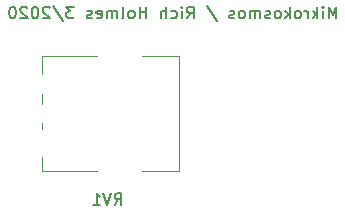
<source format=gbr>
G04 #@! TF.GenerationSoftware,KiCad,Pcbnew,5.1.5-52549c5~84~ubuntu18.04.1*
G04 #@! TF.CreationDate,2020-03-31T17:05:22-04:00*
G04 #@! TF.ProjectId,Mikrokosmos,4d696b72-6f6b-46f7-936d-6f732e6b6963,rev?*
G04 #@! TF.SameCoordinates,Original*
G04 #@! TF.FileFunction,Legend,Bot*
G04 #@! TF.FilePolarity,Positive*
%FSLAX46Y46*%
G04 Gerber Fmt 4.6, Leading zero omitted, Abs format (unit mm)*
G04 Created by KiCad (PCBNEW 5.1.5-52549c5~84~ubuntu18.04.1) date 2020-03-31 17:05:22*
%MOMM*%
%LPD*%
G04 APERTURE LIST*
%ADD10C,0.150000*%
%ADD11C,0.120000*%
G04 APERTURE END LIST*
D10*
X136333333Y-104452380D02*
X136333333Y-103452380D01*
X136000000Y-104166666D01*
X135666666Y-103452380D01*
X135666666Y-104452380D01*
X135190476Y-104452380D02*
X135190476Y-103785714D01*
X135190476Y-103452380D02*
X135238095Y-103500000D01*
X135190476Y-103547619D01*
X135142857Y-103500000D01*
X135190476Y-103452380D01*
X135190476Y-103547619D01*
X134714285Y-104452380D02*
X134714285Y-103452380D01*
X134619047Y-104071428D02*
X134333333Y-104452380D01*
X134333333Y-103785714D02*
X134714285Y-104166666D01*
X133904761Y-104452380D02*
X133904761Y-103785714D01*
X133904761Y-103976190D02*
X133857142Y-103880952D01*
X133809523Y-103833333D01*
X133714285Y-103785714D01*
X133619047Y-103785714D01*
X133142857Y-104452380D02*
X133238095Y-104404761D01*
X133285714Y-104357142D01*
X133333333Y-104261904D01*
X133333333Y-103976190D01*
X133285714Y-103880952D01*
X133238095Y-103833333D01*
X133142857Y-103785714D01*
X133000000Y-103785714D01*
X132904761Y-103833333D01*
X132857142Y-103880952D01*
X132809523Y-103976190D01*
X132809523Y-104261904D01*
X132857142Y-104357142D01*
X132904761Y-104404761D01*
X133000000Y-104452380D01*
X133142857Y-104452380D01*
X132380952Y-104452380D02*
X132380952Y-103452380D01*
X132285714Y-104071428D02*
X132000000Y-104452380D01*
X132000000Y-103785714D02*
X132380952Y-104166666D01*
X131428571Y-104452380D02*
X131523809Y-104404761D01*
X131571428Y-104357142D01*
X131619047Y-104261904D01*
X131619047Y-103976190D01*
X131571428Y-103880952D01*
X131523809Y-103833333D01*
X131428571Y-103785714D01*
X131285714Y-103785714D01*
X131190476Y-103833333D01*
X131142857Y-103880952D01*
X131095238Y-103976190D01*
X131095238Y-104261904D01*
X131142857Y-104357142D01*
X131190476Y-104404761D01*
X131285714Y-104452380D01*
X131428571Y-104452380D01*
X130714285Y-104404761D02*
X130619047Y-104452380D01*
X130428571Y-104452380D01*
X130333333Y-104404761D01*
X130285714Y-104309523D01*
X130285714Y-104261904D01*
X130333333Y-104166666D01*
X130428571Y-104119047D01*
X130571428Y-104119047D01*
X130666666Y-104071428D01*
X130714285Y-103976190D01*
X130714285Y-103928571D01*
X130666666Y-103833333D01*
X130571428Y-103785714D01*
X130428571Y-103785714D01*
X130333333Y-103833333D01*
X129857142Y-104452380D02*
X129857142Y-103785714D01*
X129857142Y-103880952D02*
X129809523Y-103833333D01*
X129714285Y-103785714D01*
X129571428Y-103785714D01*
X129476190Y-103833333D01*
X129428571Y-103928571D01*
X129428571Y-104452380D01*
X129428571Y-103928571D02*
X129380952Y-103833333D01*
X129285714Y-103785714D01*
X129142857Y-103785714D01*
X129047619Y-103833333D01*
X129000000Y-103928571D01*
X129000000Y-104452380D01*
X128380952Y-104452380D02*
X128476190Y-104404761D01*
X128523809Y-104357142D01*
X128571428Y-104261904D01*
X128571428Y-103976190D01*
X128523809Y-103880952D01*
X128476190Y-103833333D01*
X128380952Y-103785714D01*
X128238095Y-103785714D01*
X128142857Y-103833333D01*
X128095238Y-103880952D01*
X128047619Y-103976190D01*
X128047619Y-104261904D01*
X128095238Y-104357142D01*
X128142857Y-104404761D01*
X128238095Y-104452380D01*
X128380952Y-104452380D01*
X127666666Y-104404761D02*
X127571428Y-104452380D01*
X127380952Y-104452380D01*
X127285714Y-104404761D01*
X127238095Y-104309523D01*
X127238095Y-104261904D01*
X127285714Y-104166666D01*
X127380952Y-104119047D01*
X127523809Y-104119047D01*
X127619047Y-104071428D01*
X127666666Y-103976190D01*
X127666666Y-103928571D01*
X127619047Y-103833333D01*
X127523809Y-103785714D01*
X127380952Y-103785714D01*
X127285714Y-103833333D01*
X125333333Y-103404761D02*
X126190476Y-104690476D01*
X123666666Y-104452380D02*
X124000000Y-103976190D01*
X124238095Y-104452380D02*
X124238095Y-103452380D01*
X123857142Y-103452380D01*
X123761904Y-103500000D01*
X123714285Y-103547619D01*
X123666666Y-103642857D01*
X123666666Y-103785714D01*
X123714285Y-103880952D01*
X123761904Y-103928571D01*
X123857142Y-103976190D01*
X124238095Y-103976190D01*
X123238095Y-104452380D02*
X123238095Y-103785714D01*
X123238095Y-103452380D02*
X123285714Y-103500000D01*
X123238095Y-103547619D01*
X123190476Y-103500000D01*
X123238095Y-103452380D01*
X123238095Y-103547619D01*
X122333333Y-104404761D02*
X122428571Y-104452380D01*
X122619047Y-104452380D01*
X122714285Y-104404761D01*
X122761904Y-104357142D01*
X122809523Y-104261904D01*
X122809523Y-103976190D01*
X122761904Y-103880952D01*
X122714285Y-103833333D01*
X122619047Y-103785714D01*
X122428571Y-103785714D01*
X122333333Y-103833333D01*
X121904761Y-104452380D02*
X121904761Y-103452380D01*
X121476190Y-104452380D02*
X121476190Y-103928571D01*
X121523809Y-103833333D01*
X121619047Y-103785714D01*
X121761904Y-103785714D01*
X121857142Y-103833333D01*
X121904761Y-103880952D01*
X120238095Y-104452380D02*
X120238095Y-103452380D01*
X120238095Y-103928571D02*
X119666666Y-103928571D01*
X119666666Y-104452380D02*
X119666666Y-103452380D01*
X119047619Y-104452380D02*
X119142857Y-104404761D01*
X119190476Y-104357142D01*
X119238095Y-104261904D01*
X119238095Y-103976190D01*
X119190476Y-103880952D01*
X119142857Y-103833333D01*
X119047619Y-103785714D01*
X118904761Y-103785714D01*
X118809523Y-103833333D01*
X118761904Y-103880952D01*
X118714285Y-103976190D01*
X118714285Y-104261904D01*
X118761904Y-104357142D01*
X118809523Y-104404761D01*
X118904761Y-104452380D01*
X119047619Y-104452380D01*
X118142857Y-104452380D02*
X118238095Y-104404761D01*
X118285714Y-104309523D01*
X118285714Y-103452380D01*
X117761904Y-104452380D02*
X117761904Y-103785714D01*
X117761904Y-103880952D02*
X117714285Y-103833333D01*
X117619047Y-103785714D01*
X117476190Y-103785714D01*
X117380952Y-103833333D01*
X117333333Y-103928571D01*
X117333333Y-104452380D01*
X117333333Y-103928571D02*
X117285714Y-103833333D01*
X117190476Y-103785714D01*
X117047619Y-103785714D01*
X116952380Y-103833333D01*
X116904761Y-103928571D01*
X116904761Y-104452380D01*
X116047619Y-104404761D02*
X116142857Y-104452380D01*
X116333333Y-104452380D01*
X116428571Y-104404761D01*
X116476190Y-104309523D01*
X116476190Y-103928571D01*
X116428571Y-103833333D01*
X116333333Y-103785714D01*
X116142857Y-103785714D01*
X116047619Y-103833333D01*
X116000000Y-103928571D01*
X116000000Y-104023809D01*
X116476190Y-104119047D01*
X115619047Y-104404761D02*
X115523809Y-104452380D01*
X115333333Y-104452380D01*
X115238095Y-104404761D01*
X115190476Y-104309523D01*
X115190476Y-104261904D01*
X115238095Y-104166666D01*
X115333333Y-104119047D01*
X115476190Y-104119047D01*
X115571428Y-104071428D01*
X115619047Y-103976190D01*
X115619047Y-103928571D01*
X115571428Y-103833333D01*
X115476190Y-103785714D01*
X115333333Y-103785714D01*
X115238095Y-103833333D01*
X114095238Y-103452380D02*
X113476190Y-103452380D01*
X113809523Y-103833333D01*
X113666666Y-103833333D01*
X113571428Y-103880952D01*
X113523809Y-103928571D01*
X113476190Y-104023809D01*
X113476190Y-104261904D01*
X113523809Y-104357142D01*
X113571428Y-104404761D01*
X113666666Y-104452380D01*
X113952380Y-104452380D01*
X114047619Y-104404761D01*
X114095238Y-104357142D01*
X112333333Y-103404761D02*
X113190476Y-104690476D01*
X112047619Y-103547619D02*
X112000000Y-103500000D01*
X111904761Y-103452380D01*
X111666666Y-103452380D01*
X111571428Y-103500000D01*
X111523809Y-103547619D01*
X111476190Y-103642857D01*
X111476190Y-103738095D01*
X111523809Y-103880952D01*
X112095238Y-104452380D01*
X111476190Y-104452380D01*
X110857142Y-103452380D02*
X110761904Y-103452380D01*
X110666666Y-103500000D01*
X110619047Y-103547619D01*
X110571428Y-103642857D01*
X110523809Y-103833333D01*
X110523809Y-104071428D01*
X110571428Y-104261904D01*
X110619047Y-104357142D01*
X110666666Y-104404761D01*
X110761904Y-104452380D01*
X110857142Y-104452380D01*
X110952380Y-104404761D01*
X111000000Y-104357142D01*
X111047619Y-104261904D01*
X111095238Y-104071428D01*
X111095238Y-103833333D01*
X111047619Y-103642857D01*
X111000000Y-103547619D01*
X110952380Y-103500000D01*
X110857142Y-103452380D01*
X110142857Y-103547619D02*
X110095238Y-103500000D01*
X110000000Y-103452380D01*
X109761904Y-103452380D01*
X109666666Y-103500000D01*
X109619047Y-103547619D01*
X109571428Y-103642857D01*
X109571428Y-103738095D01*
X109619047Y-103880952D01*
X110190476Y-104452380D01*
X109571428Y-104452380D01*
X108952380Y-103452380D02*
X108857142Y-103452380D01*
X108761904Y-103500000D01*
X108714285Y-103547619D01*
X108666666Y-103642857D01*
X108619047Y-103833333D01*
X108619047Y-104071428D01*
X108666666Y-104261904D01*
X108714285Y-104357142D01*
X108761904Y-104404761D01*
X108857142Y-104452380D01*
X108952380Y-104452380D01*
X109047619Y-104404761D01*
X109095238Y-104357142D01*
X109142857Y-104261904D01*
X109190476Y-104071428D01*
X109190476Y-103833333D01*
X109142857Y-103642857D01*
X109095238Y-103547619D01*
X109047619Y-103500000D01*
X108952380Y-103452380D01*
D11*
X111380000Y-110840000D02*
X111380000Y-111670000D01*
X111380000Y-113290000D02*
X111380000Y-113820000D01*
X111380000Y-116190000D02*
X111380000Y-117370000D01*
X111380000Y-107630000D02*
X116100000Y-107630000D01*
X119910000Y-117370000D02*
X122970000Y-117370000D01*
X111380000Y-117380000D02*
X116100000Y-117380000D01*
X119910000Y-107630000D02*
X122970000Y-107630000D01*
X111380000Y-107630000D02*
X111380000Y-109120000D01*
X122970000Y-107630000D02*
X122970000Y-117370000D01*
D10*
X117545238Y-120252380D02*
X117878571Y-119776190D01*
X118116666Y-120252380D02*
X118116666Y-119252380D01*
X117735714Y-119252380D01*
X117640476Y-119300000D01*
X117592857Y-119347619D01*
X117545238Y-119442857D01*
X117545238Y-119585714D01*
X117592857Y-119680952D01*
X117640476Y-119728571D01*
X117735714Y-119776190D01*
X118116666Y-119776190D01*
X117259523Y-119252380D02*
X116926190Y-120252380D01*
X116592857Y-119252380D01*
X115735714Y-120252380D02*
X116307142Y-120252380D01*
X116021428Y-120252380D02*
X116021428Y-119252380D01*
X116116666Y-119395238D01*
X116211904Y-119490476D01*
X116307142Y-119538095D01*
M02*

</source>
